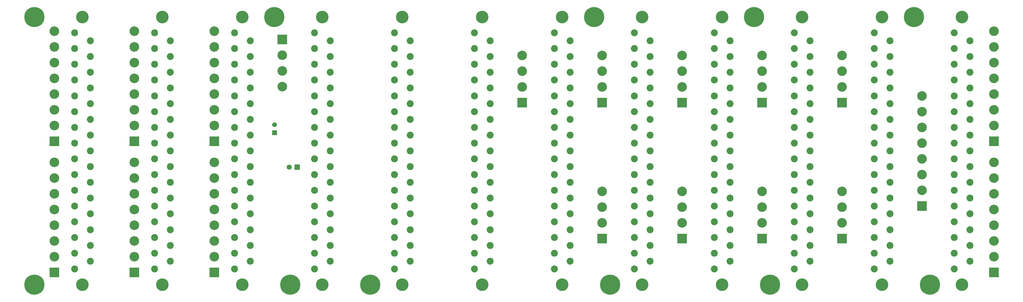
<source format=gbs>
%TF.GenerationSoftware,KiCad,Pcbnew,(6.0.7)*%
%TF.CreationDate,2023-01-08T19:57:54+01:00*%
%TF.ProjectId,BP31,42503331-2e6b-4696-9361-645f70636258,0435 -*%
%TF.SameCoordinates,Original*%
%TF.FileFunction,Soldermask,Bot*%
%TF.FilePolarity,Negative*%
%FSLAX46Y46*%
G04 Gerber Fmt 4.6, Leading zero omitted, Abs format (unit mm)*
G04 Created by KiCad (PCBNEW (6.0.7)) date 2023-01-08 19:57:54*
%MOMM*%
%LPD*%
G01*
G04 APERTURE LIST*
%ADD10C,6.400800*%
%ADD11R,3.048000X3.048000*%
%ADD12C,3.048000*%
%ADD13R,1.524000X1.524000*%
%ADD14C,1.524000*%
%ADD15R,1.651000X1.651000*%
%ADD16C,1.651000*%
%ADD17C,2.200000*%
%ADD18C,4.000000*%
G04 APERTURE END LIST*
D10*
%TO.C,HOLE*%
X320040000Y-194900000D03*
%TD*%
D11*
%TO.C,P4*%
X368300000Y-169899360D03*
D12*
X368300000Y-164900640D03*
X368300000Y-159899380D03*
X368300000Y-154900660D03*
X368300000Y-149899400D03*
X368300000Y-144900680D03*
X368300000Y-139899420D03*
X368300000Y-134900700D03*
%TD*%
D11*
%TO.C,P2*%
X391160000Y-149325360D03*
D12*
X391160000Y-144326640D03*
X391160000Y-139325380D03*
X391160000Y-134326660D03*
X391160000Y-129325400D03*
X391160000Y-124326680D03*
X391160000Y-119325420D03*
X391160000Y-114326700D03*
%TD*%
D10*
%TO.C,HOLE*%
X86360000Y-109900000D03*
%TD*%
D11*
%TO.C,P9*%
X292100000Y-137039360D03*
D12*
X292100000Y-132040640D03*
X292100000Y-127039380D03*
X292100000Y-122040660D03*
%TD*%
D10*
%TO.C,HOLE*%
X193040000Y-194900000D03*
%TD*%
%TO.C,HOLE*%
X264160000Y-109900000D03*
%TD*%
%TO.C,HOLE*%
X162560000Y-109900000D03*
%TD*%
D11*
%TO.C,P11*%
X266700000Y-137039360D03*
D12*
X266700000Y-132040640D03*
X266700000Y-127039380D03*
X266700000Y-122040660D03*
%TD*%
D11*
%TO.C,P3*%
X391160000Y-190981360D03*
D12*
X391160000Y-185982640D03*
X391160000Y-180981380D03*
X391160000Y-175982660D03*
X391160000Y-170981400D03*
X391160000Y-165982680D03*
X391160000Y-160981420D03*
X391160000Y-155982700D03*
%TD*%
D13*
%TO.C,JP1*%
X162585400Y-146583400D03*
D14*
X162585400Y-144043400D03*
%TD*%
D10*
%TO.C,HOLE*%
X269240000Y-194900000D03*
%TD*%
D15*
%TO.C,C1*%
X169799000Y-157556200D03*
D16*
X167259000Y-157556200D03*
%TD*%
D11*
%TO.C,P17*%
X118110000Y-190981360D03*
D12*
X118110000Y-185982640D03*
X118110000Y-180981380D03*
X118110000Y-175982660D03*
X118110000Y-170981400D03*
X118110000Y-165982680D03*
X118110000Y-160981420D03*
X118110000Y-155982700D03*
%TD*%
D10*
%TO.C,HOLE*%
X365760000Y-109900000D03*
%TD*%
D11*
%TO.C,P8*%
X317500000Y-180219360D03*
D12*
X317500000Y-175220640D03*
X317500000Y-170219380D03*
X317500000Y-165220660D03*
%TD*%
D11*
%TO.C,P19*%
X92710000Y-190981360D03*
D12*
X92710000Y-185982640D03*
X92710000Y-180981380D03*
X92710000Y-175982660D03*
X92710000Y-170981400D03*
X92710000Y-165982680D03*
X92710000Y-160981420D03*
X92710000Y-155982700D03*
%TD*%
D10*
%TO.C,HOLE*%
X370840000Y-194900000D03*
%TD*%
D11*
%TO.C,P18*%
X92710000Y-149325360D03*
D12*
X92710000Y-144326640D03*
X92710000Y-139325380D03*
X92710000Y-134326660D03*
X92710000Y-129325400D03*
X92710000Y-124326680D03*
X92710000Y-119325420D03*
X92710000Y-114326700D03*
%TD*%
D11*
%TO.C,P16*%
X118110000Y-149325360D03*
D12*
X118110000Y-144326640D03*
X118110000Y-139325380D03*
X118110000Y-134326660D03*
X118110000Y-129325400D03*
X118110000Y-124326680D03*
X118110000Y-119325420D03*
X118110000Y-114326700D03*
%TD*%
D11*
%TO.C,P12*%
X266700000Y-180219360D03*
D12*
X266700000Y-175220640D03*
X266700000Y-170219380D03*
X266700000Y-165220660D03*
%TD*%
D11*
%TO.C,P10*%
X292100000Y-180219360D03*
D12*
X292100000Y-175220640D03*
X292100000Y-170219380D03*
X292100000Y-165220660D03*
%TD*%
D11*
%TO.C,P7*%
X317500000Y-137039360D03*
D12*
X317500000Y-132040640D03*
X317500000Y-127039380D03*
X317500000Y-122040660D03*
%TD*%
D10*
%TO.C,HOLE*%
X167640000Y-194900000D03*
%TD*%
D11*
%TO.C,P1*%
X165100000Y-116960640D03*
D12*
X165100000Y-121959360D03*
X165100000Y-126960620D03*
X165100000Y-131959340D03*
%TD*%
D11*
%TO.C,P15*%
X143510000Y-190981360D03*
D12*
X143510000Y-185982640D03*
X143510000Y-180981380D03*
X143510000Y-175982660D03*
X143510000Y-170981400D03*
X143510000Y-165982680D03*
X143510000Y-160981420D03*
X143510000Y-155982700D03*
%TD*%
D10*
%TO.C,HOLE*%
X314960000Y-109900000D03*
%TD*%
D11*
%TO.C,P5*%
X342900000Y-137039360D03*
D12*
X342900000Y-132040640D03*
X342900000Y-127039380D03*
X342900000Y-122040660D03*
%TD*%
D11*
%TO.C,P13*%
X241300000Y-137039360D03*
D12*
X241300000Y-132040640D03*
X241300000Y-127039380D03*
X241300000Y-122040660D03*
%TD*%
D11*
%TO.C,P14*%
X143510000Y-149325360D03*
D12*
X143510000Y-144326640D03*
X143510000Y-139325380D03*
X143510000Y-134326660D03*
X143510000Y-129325400D03*
X143510000Y-124326680D03*
X143510000Y-119325420D03*
X143510000Y-114326700D03*
%TD*%
D10*
%TO.C,HOLE*%
X86360000Y-194900000D03*
%TD*%
D11*
%TO.C,P6*%
X342900000Y-180219360D03*
D12*
X342900000Y-175220640D03*
X342900000Y-170219380D03*
X342900000Y-165220660D03*
%TD*%
D17*
%TO.C,K9*%
X175300000Y-114900000D03*
X180300000Y-117400000D03*
X175300000Y-119900000D03*
X180300000Y-122400000D03*
X175300000Y-124900000D03*
X180300000Y-127400000D03*
X175300000Y-129900000D03*
X180300000Y-132400000D03*
X175300000Y-134900000D03*
X180300000Y-137400000D03*
X175300000Y-139900000D03*
X180300000Y-142400000D03*
X175300000Y-144900000D03*
X180300000Y-147400000D03*
X175300000Y-149900000D03*
X180300000Y-152400000D03*
X175300000Y-154900000D03*
X180300000Y-157400000D03*
X175300000Y-159900000D03*
X180300000Y-162400000D03*
X175300000Y-164900000D03*
X180300000Y-167400000D03*
X175300000Y-169900000D03*
X180300000Y-172400000D03*
X175300000Y-174900000D03*
X180300000Y-177401220D03*
X175300000Y-179900000D03*
X180300000Y-182399940D03*
X175300000Y-184900000D03*
X180300000Y-187400000D03*
X175300000Y-189900000D03*
D18*
X177800000Y-109900000D03*
X177800000Y-194900000D03*
%TD*%
D17*
%TO.C,K4*%
X302300000Y-114900000D03*
X307300000Y-117400000D03*
X302300000Y-119900000D03*
X307300000Y-122400000D03*
X302300000Y-124900000D03*
X307300000Y-127400000D03*
X302300000Y-129900000D03*
X307300000Y-132400000D03*
X302300000Y-134900000D03*
X307300000Y-137400000D03*
X302300000Y-139900000D03*
X307300000Y-142400000D03*
X302300000Y-144900000D03*
X307300000Y-147400000D03*
X302300000Y-149900000D03*
X307300000Y-152400000D03*
X302300000Y-154900000D03*
X307300000Y-157400000D03*
X302300000Y-159900000D03*
X307300000Y-162400000D03*
X302300000Y-164900000D03*
X307300000Y-167400000D03*
X302300000Y-169900000D03*
X307300000Y-172400000D03*
X302300000Y-174900000D03*
X307300000Y-177401220D03*
X302300000Y-179900000D03*
X307300000Y-182399940D03*
X302300000Y-184900000D03*
X307300000Y-187400000D03*
X302300000Y-189900000D03*
D18*
X304800000Y-109900000D03*
X304800000Y-194900000D03*
%TD*%
D17*
%TO.C,K8*%
X200700000Y-114900000D03*
X205700000Y-117400000D03*
X200700000Y-119900000D03*
X205700000Y-122400000D03*
X200700000Y-124900000D03*
X205700000Y-127400000D03*
X200700000Y-129900000D03*
X205700000Y-132400000D03*
X200700000Y-134900000D03*
X205700000Y-137400000D03*
X200700000Y-139900000D03*
X205700000Y-142400000D03*
X200700000Y-144900000D03*
X205700000Y-147400000D03*
X200700000Y-149900000D03*
X205700000Y-152400000D03*
X200700000Y-154900000D03*
X205700000Y-157400000D03*
X200700000Y-159900000D03*
X205700000Y-162400000D03*
X200700000Y-164900000D03*
X205700000Y-167400000D03*
X200700000Y-169900000D03*
X205700000Y-172400000D03*
X200700000Y-174900000D03*
X205700000Y-177401220D03*
X200700000Y-179900000D03*
X205700000Y-182399940D03*
X200700000Y-184900000D03*
X205700000Y-187400000D03*
X200700000Y-189900000D03*
D18*
X203200000Y-109900000D03*
X203200000Y-194900000D03*
%TD*%
D17*
%TO.C,K6*%
X251500000Y-114900000D03*
X256500000Y-117400000D03*
X251500000Y-119900000D03*
X256500000Y-122400000D03*
X251500000Y-124900000D03*
X256500000Y-127400000D03*
X251500000Y-129900000D03*
X256500000Y-132400000D03*
X251500000Y-134900000D03*
X256500000Y-137400000D03*
X251500000Y-139900000D03*
X256500000Y-142400000D03*
X251500000Y-144900000D03*
X256500000Y-147400000D03*
X251500000Y-149900000D03*
X256500000Y-152400000D03*
X251500000Y-154900000D03*
X256500000Y-157400000D03*
X251500000Y-159900000D03*
X256500000Y-162400000D03*
X251500000Y-164900000D03*
X256500000Y-167400000D03*
X251500000Y-169900000D03*
X256500000Y-172400000D03*
X251500000Y-174900000D03*
X256500000Y-177401220D03*
X251500000Y-179900000D03*
X256500000Y-182399940D03*
X251500000Y-184900000D03*
X256500000Y-187400000D03*
X251500000Y-189900000D03*
D18*
X254000000Y-109900000D03*
X254000000Y-194900000D03*
%TD*%
D17*
%TO.C,K7*%
X226100000Y-114900000D03*
X231100000Y-117400000D03*
X226100000Y-119900000D03*
X231100000Y-122400000D03*
X226100000Y-124900000D03*
X231100000Y-127400000D03*
X226100000Y-129900000D03*
X231100000Y-132400000D03*
X226100000Y-134900000D03*
X231100000Y-137400000D03*
X226100000Y-139900000D03*
X231100000Y-142400000D03*
X226100000Y-144900000D03*
X231100000Y-147400000D03*
X226100000Y-149900000D03*
X231100000Y-152400000D03*
X226100000Y-154900000D03*
X231100000Y-157400000D03*
X226100000Y-159900000D03*
X231100000Y-162400000D03*
X226100000Y-164900000D03*
X231100000Y-167400000D03*
X226100000Y-169900000D03*
X231100000Y-172400000D03*
X226100000Y-174900000D03*
X231100000Y-177401220D03*
X226100000Y-179900000D03*
X231100000Y-182399940D03*
X226100000Y-184900000D03*
X231100000Y-187400000D03*
X226100000Y-189900000D03*
D18*
X228600000Y-109900000D03*
X228600000Y-194900000D03*
%TD*%
D17*
%TO.C,K1*%
X378500000Y-114900000D03*
X383500000Y-117400000D03*
X378500000Y-119900000D03*
X383500000Y-122400000D03*
X378500000Y-124900000D03*
X383500000Y-127400000D03*
X378500000Y-129900000D03*
X383500000Y-132400000D03*
X378500000Y-134900000D03*
X383500000Y-137400000D03*
X378500000Y-139900000D03*
X383500000Y-142400000D03*
X378500000Y-144900000D03*
X383500000Y-147400000D03*
X378500000Y-149900000D03*
X383500000Y-152400000D03*
X378500000Y-154900000D03*
X383500000Y-157400000D03*
X378500000Y-159900000D03*
X383500000Y-162400000D03*
X378500000Y-164900000D03*
X383500000Y-167400000D03*
X378500000Y-169900000D03*
X383500000Y-172400000D03*
X378500000Y-174900000D03*
X383500000Y-177401220D03*
X378500000Y-179900000D03*
X383500000Y-182399940D03*
X378500000Y-184900000D03*
X383500000Y-187400000D03*
X378500000Y-189900000D03*
D18*
X381000000Y-109900000D03*
X381000000Y-194900000D03*
%TD*%
D17*
%TO.C,K2*%
X353100000Y-114900000D03*
X358100000Y-117400000D03*
X353100000Y-119900000D03*
X358100000Y-122400000D03*
X353100000Y-124900000D03*
X358100000Y-127400000D03*
X353100000Y-129900000D03*
X358100000Y-132400000D03*
X353100000Y-134900000D03*
X358100000Y-137400000D03*
X353100000Y-139900000D03*
X358100000Y-142400000D03*
X353100000Y-144900000D03*
X358100000Y-147400000D03*
X353100000Y-149900000D03*
X358100000Y-152400000D03*
X353100000Y-154900000D03*
X358100000Y-157400000D03*
X353100000Y-159900000D03*
X358100000Y-162400000D03*
X353100000Y-164900000D03*
X358100000Y-167400000D03*
X353100000Y-169900000D03*
X358100000Y-172400000D03*
X353100000Y-174900000D03*
X358100000Y-177401220D03*
X353100000Y-179900000D03*
X358100000Y-182399940D03*
X353100000Y-184900000D03*
X358100000Y-187400000D03*
X353100000Y-189900000D03*
D18*
X355600000Y-109900000D03*
X355600000Y-194900000D03*
%TD*%
D17*
%TO.C,K11*%
X124500000Y-114900000D03*
X129500000Y-117400000D03*
X124500000Y-119900000D03*
X129500000Y-122400000D03*
X124500000Y-124900000D03*
X129500000Y-127400000D03*
X124500000Y-129900000D03*
X129500000Y-132400000D03*
X124500000Y-134900000D03*
X129500000Y-137400000D03*
X124500000Y-139900000D03*
X129500000Y-142400000D03*
X124500000Y-144900000D03*
X129500000Y-147400000D03*
X124500000Y-149900000D03*
X129500000Y-152400000D03*
X124500000Y-154900000D03*
X129500000Y-157400000D03*
X124500000Y-159900000D03*
X129500000Y-162400000D03*
X124500000Y-164900000D03*
X129500000Y-167400000D03*
X124500000Y-169900000D03*
X129500000Y-172400000D03*
X124500000Y-174900000D03*
X129500000Y-177401220D03*
X124500000Y-179900000D03*
X129500000Y-182399940D03*
X124500000Y-184900000D03*
X129500000Y-187400000D03*
X124500000Y-189900000D03*
D18*
X127000000Y-109900000D03*
X127000000Y-194900000D03*
%TD*%
D17*
%TO.C,K10*%
X149900000Y-114900000D03*
X154900000Y-117400000D03*
X149900000Y-119900000D03*
X154900000Y-122400000D03*
X149900000Y-124900000D03*
X154900000Y-127400000D03*
X149900000Y-129900000D03*
X154900000Y-132400000D03*
X149900000Y-134900000D03*
X154900000Y-137400000D03*
X149900000Y-139900000D03*
X154900000Y-142400000D03*
X149900000Y-144900000D03*
X154900000Y-147400000D03*
X149900000Y-149900000D03*
X154900000Y-152400000D03*
X149900000Y-154900000D03*
X154900000Y-157400000D03*
X149900000Y-159900000D03*
X154900000Y-162400000D03*
X149900000Y-164900000D03*
X154900000Y-167400000D03*
X149900000Y-169900000D03*
X154900000Y-172400000D03*
X149900000Y-174900000D03*
X154900000Y-177401220D03*
X149900000Y-179900000D03*
X154900000Y-182399940D03*
X149900000Y-184900000D03*
X154900000Y-187400000D03*
X149900000Y-189900000D03*
D18*
X152400000Y-109900000D03*
X152400000Y-194900000D03*
%TD*%
D17*
%TO.C,K12*%
X99100000Y-114900000D03*
X104100000Y-117400000D03*
X99100000Y-119900000D03*
X104100000Y-122400000D03*
X99100000Y-124900000D03*
X104100000Y-127400000D03*
X99100000Y-129900000D03*
X104100000Y-132400000D03*
X99100000Y-134900000D03*
X104100000Y-137400000D03*
X99100000Y-139900000D03*
X104100000Y-142400000D03*
X99100000Y-144900000D03*
X104100000Y-147400000D03*
X99100000Y-149900000D03*
X104100000Y-152400000D03*
X99100000Y-154900000D03*
X104100000Y-157400000D03*
X99100000Y-159900000D03*
X104100000Y-162400000D03*
X99100000Y-164900000D03*
X104100000Y-167400000D03*
X99100000Y-169900000D03*
X104100000Y-172400000D03*
X99100000Y-174900000D03*
X104100000Y-177401220D03*
X99100000Y-179900000D03*
X104100000Y-182399940D03*
X99100000Y-184900000D03*
X104100000Y-187400000D03*
X99100000Y-189900000D03*
D18*
X101600000Y-109900000D03*
X101600000Y-194900000D03*
%TD*%
D17*
%TO.C,K3*%
X327700000Y-114900000D03*
X332700000Y-117400000D03*
X327700000Y-119900000D03*
X332700000Y-122400000D03*
X327700000Y-124900000D03*
X332700000Y-127400000D03*
X327700000Y-129900000D03*
X332700000Y-132400000D03*
X327700000Y-134900000D03*
X332700000Y-137400000D03*
X327700000Y-139900000D03*
X332700000Y-142400000D03*
X327700000Y-144900000D03*
X332700000Y-147400000D03*
X327700000Y-149900000D03*
X332700000Y-152400000D03*
X327700000Y-154900000D03*
X332700000Y-157400000D03*
X327700000Y-159900000D03*
X332700000Y-162400000D03*
X327700000Y-164900000D03*
X332700000Y-167400000D03*
X327700000Y-169900000D03*
X332700000Y-172400000D03*
X327700000Y-174900000D03*
X332700000Y-177401220D03*
X327700000Y-179900000D03*
X332700000Y-182399940D03*
X327700000Y-184900000D03*
X332700000Y-187400000D03*
X327700000Y-189900000D03*
D18*
X330200000Y-109900000D03*
X330200000Y-194900000D03*
%TD*%
D17*
%TO.C,K5*%
X276900000Y-114900000D03*
X281900000Y-117400000D03*
X276900000Y-119900000D03*
X281900000Y-122400000D03*
X276900000Y-124900000D03*
X281900000Y-127400000D03*
X276900000Y-129900000D03*
X281900000Y-132400000D03*
X276900000Y-134900000D03*
X281900000Y-137400000D03*
X276900000Y-139900000D03*
X281900000Y-142400000D03*
X276900000Y-144900000D03*
X281900000Y-147400000D03*
X276900000Y-149900000D03*
X281900000Y-152400000D03*
X276900000Y-154900000D03*
X281900000Y-157400000D03*
X276900000Y-159900000D03*
X281900000Y-162400000D03*
X276900000Y-164900000D03*
X281900000Y-167400000D03*
X276900000Y-169900000D03*
X281900000Y-172400000D03*
X276900000Y-174900000D03*
X281900000Y-177401220D03*
X276900000Y-179900000D03*
X281900000Y-182399940D03*
X276900000Y-184900000D03*
X281900000Y-187400000D03*
X276900000Y-189900000D03*
D18*
X279400000Y-109900000D03*
X279400000Y-194900000D03*
%TD*%
M02*

</source>
